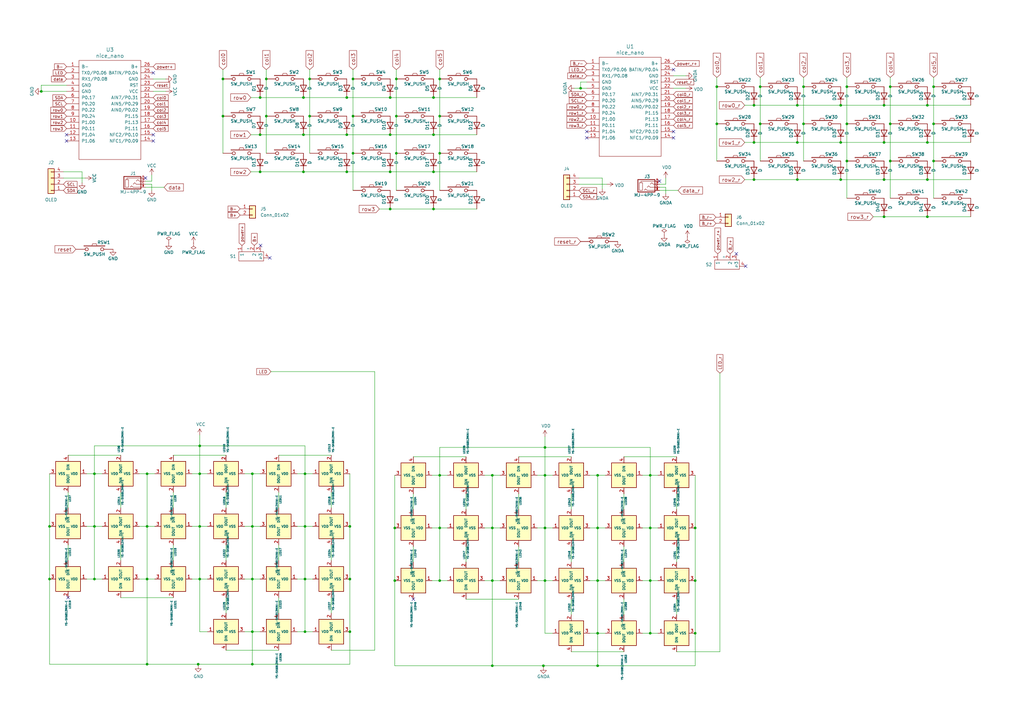
<source format=kicad_sch>
(kicad_sch (version 20230121) (generator eeschema)
  (paper "A3")
  (title_block (title "Corne Cherry") (date "2020-09-28") (rev "3.0.1") (company "foostan"))
  (junction (at 142.24 40.005))
  (junction (at 223.52 238.125))
  (junction (at 127 47.625))
  (junction (at 180.34 216.535))
  (junction (at 362.585 58.42))
  (junction (at 60.325 272.415))
  (junction (at 160.02 70.485))
  (junction (at 125.095 259.08))
  (junction (at 103.505 194.31))
  (junction (at 245.11 273.05))
  (junction (at 161.925 216.535))
  (junction (at 344.805 73.66))
  (junction (at 309.245 73.66))
  (junction (at 162.56 62.865))
  (junction (at 103.505 237.49))
  (junction (at 180.34 194.945))
  (junction (at 309.245 43.18))
  (junction (at 223.52 216.535))
  (junction (at 380.365 58.42))
  (junction (at 177.8 55.245))
  (junction (at 177.8 40.005))
  (junction (at 266.7 238.125))
  (junction (at 329.565 50.8))
  (junction (at 382.905 66.04))
  (junction (at 60.325 194.31))
  (junction (at 81.915 182.88))
  (junction (at 81.915 215.9))
  (junction (at 201.93 216.535))
  (junction (at 245.11 216.535))
  (junction (at 294.005 35.56))
  (junction (at 311.785 50.8))
  (junction (at 142.24 70.485))
  (junction (at 177.8 70.485))
  (junction (at 380.365 43.18))
  (junction (at 109.22 47.625))
  (junction (at 81.28 272.415))
  (junction (at 347.345 35.56))
  (junction (at 125.095 194.31))
  (junction (at 327.025 73.66))
  (junction (at 160.02 40.005))
  (junction (at 294.005 50.8))
  (junction (at 238.125 36.195))
  (junction (at 20.32 237.49))
  (junction (at 245.11 238.125))
  (junction (at 180.34 32.385))
  (junction (at 161.925 238.125))
  (junction (at 20.32 215.9))
  (junction (at 38.735 194.31))
  (junction (at 106.68 70.485))
  (junction (at 362.585 73.66))
  (junction (at 347.345 66.04))
  (junction (at 311.785 35.56))
  (junction (at 60.325 237.49))
  (junction (at 160.02 85.725))
  (junction (at 362.585 88.9))
  (junction (at 160.02 55.245))
  (junction (at 125.095 237.49))
  (junction (at 365.125 66.04))
  (junction (at 144.78 47.625))
  (junction (at 144.78 32.385))
  (junction (at 38.735 237.49))
  (junction (at 106.68 55.245))
  (junction (at 380.365 88.9))
  (junction (at 106.68 40.005))
  (junction (at 327.025 43.18))
  (junction (at 285.115 238.125))
  (junction (at 180.34 238.125))
  (junction (at 144.78 62.865))
  (junction (at 201.93 273.05))
  (junction (at 81.915 237.49))
  (junction (at 266.7 194.945))
  (junction (at 162.56 32.385))
  (junction (at 245.11 194.945))
  (junction (at 327.025 58.42))
  (junction (at 365.125 50.8))
  (junction (at 180.34 47.625))
  (junction (at 109.22 32.385))
  (junction (at 143.51 237.49))
  (junction (at 266.7 216.535))
  (junction (at 38.735 215.9))
  (junction (at 285.115 259.715))
  (junction (at 127 32.385))
  (junction (at 81.915 194.31))
  (junction (at 91.44 47.625))
  (junction (at 177.8 85.725))
  (junction (at 124.46 55.245))
  (junction (at 223.52 183.515))
  (junction (at 125.095 215.9))
  (junction (at 344.805 58.42))
  (junction (at 344.805 43.18))
  (junction (at 382.905 35.56))
  (junction (at 103.505 259.08))
  (junction (at 103.505 215.9))
  (junction (at 60.325 215.9))
  (junction (at 380.365 73.66))
  (junction (at 103.505 272.415))
  (junction (at 223.52 194.945))
  (junction (at 365.125 35.56))
  (junction (at 285.115 216.535))
  (junction (at 91.44 32.385))
  (junction (at 309.245 58.42))
  (junction (at 16.9418 37.4904))
  (junction (at 201.93 238.125))
  (junction (at 142.24 55.245))
  (junction (at 347.345 50.8))
  (junction (at 222.885 273.05))
  (junction (at 201.93 194.945))
  (junction (at 329.565 35.56))
  (junction (at 143.51 259.08))
  (junction (at 162.56 47.625))
  (junction (at 124.46 70.485))
  (junction (at 180.34 62.865))
  (junction (at 266.7 259.715))
  (junction (at 124.46 40.005))
  (junction (at 143.51 215.9))
  (junction (at 362.585 43.18))
  (junction (at 245.11 259.715))
  (junction (at 382.905 50.8))
  (no_connect (at 169.545 245.745))
  (no_connect (at 62.865 57.8104))
  (no_connect (at 302.006 104.0892))
  (no_connect (at 62.865 55.2704))
  (no_connect (at 240.665 56.515))
  (no_connect (at 59.69 73.025))
  (no_connect (at 240.665 53.975))
  (no_connect (at 305.816 109.1692))
  (no_connect (at 276.225 53.975))
  (no_connect (at 110.6678 105.7656))
  (no_connect (at 27.94 245.11))
  (no_connect (at 106.8578 100.6856))
  (no_connect (at 27.305 57.8104))
  (no_connect (at 270.51 74.295))
  (no_connect (at 276.225 28.575))
  (no_connect (at 27.305 55.2704))
  (no_connect (at 276.225 56.515))
  (no_connect (at 62.865 29.8704))
  (wire (pts (xy 241.935 194.945) (xy 245.11 194.945)))
  (wire (pts (xy 311.785 50.8) (xy 311.785 66.04)))
  (wire (pts (xy 92.71 229.87) (xy 92.71 223.52)))
  (wire (pts (xy 91.44 28.575) (xy 91.44 32.385)))
  (wire (pts (xy 294.005 31.75) (xy 294.005 35.56)))
  (wire (pts (xy 234.315 208.915) (xy 234.315 202.565)))
  (wire (pts (xy 106.68 40.005) (xy 124.46 40.005)))
  (wire (pts (xy 161.925 194.945) (xy 161.925 216.535)))
  (wire (pts (xy 38.735 237.49) (xy 38.735 215.9)))
  (wire (pts (xy 177.8 55.245) (xy 195.58 55.245)))
  (wire (pts (xy 26.035 73.025) (xy 34.925 73.025)))
  (wire (pts (xy 266.7 238.125) (xy 269.875 238.125)))
  (wire (pts (xy 255.905 224.155) (xy 255.905 230.505)))
  (wire (pts (xy 263.525 238.125) (xy 266.7 238.125)))
  (wire (pts (xy 71.12 245.11) (xy 49.53 245.11)))
  (wire (pts (xy 223.52 216.535) (xy 226.695 216.535)))
  (wire (pts (xy 241.935 238.125) (xy 245.11 238.125)))
  (wire (pts (xy 91.44 32.385) (xy 91.44 47.625)))
  (wire (pts (xy 309.245 73.66) (xy 327.025 73.66)))
  (wire (pts (xy 143.51 259.08) (xy 143.51 272.415)))
  (wire (pts (xy 162.56 62.865) (xy 162.56 78.105)))
  (wire (pts (xy 33.655 70.485) (xy 26.035 70.485)))
  (wire (pts (xy 62.23 74.295) (xy 62.23 71.755)))
  (wire (pts (xy 125.095 182.88) (xy 81.915 182.88)))
  (wire (pts (xy 128.27 259.08) (xy 125.095 259.08)))
  (wire (pts (xy 111.125 152.4) (xy 153.67 152.4)))
  (wire (pts (xy 162.56 32.385) (xy 162.56 47.625)))
  (wire (pts (xy 125.095 237.49) (xy 125.095 215.9)))
  (wire (pts (xy 270.51 78.105) (xy 278.13 78.105)))
  (wire (pts (xy 71.12 208.28) (xy 71.12 201.93)))
  (wire (pts (xy 309.245 58.42) (xy 327.025 58.42)))
  (wire (pts (xy 380.365 58.42) (xy 398.145 58.42)))
  (wire (pts (xy 177.165 216.535) (xy 180.34 216.535)))
  (wire (pts (xy 237.49 73.025) (xy 247.015 73.025)))
  (wire (pts (xy 177.8 85.725) (xy 195.58 85.725)))
  (wire (pts (xy 81.915 237.49) (xy 81.915 259.08)))
  (wire (pts (xy 276.225 36.195) (xy 281.305 36.195)))
  (wire (pts (xy 285.115 273.05) (xy 245.11 273.05)))
  (wire (pts (xy 49.53 208.28) (xy 49.53 201.93)))
  (wire (pts (xy 124.46 70.485) (xy 142.24 70.485)))
  (wire (pts (xy 92.71 251.46) (xy 92.71 245.11)))
  (wire (pts (xy 106.68 70.485) (xy 124.46 70.485)))
  (wire (pts (xy 100.33 215.9) (xy 103.505 215.9)))
  (wire (pts (xy 180.34 216.535) (xy 180.34 194.945)))
  (wire (pts (xy 380.365 88.9) (xy 398.145 88.9)))
  (wire (pts (xy 183.515 238.125) (xy 180.34 238.125)))
  (wire (pts (xy 223.52 194.945) (xy 226.695 194.945)))
  (wire (pts (xy 125.095 194.31) (xy 121.92 194.31)))
  (wire (pts (xy 114.3 223.52) (xy 114.3 229.87)))
  (wire (pts (xy 220.345 216.535) (xy 223.52 216.535)))
  (wire (pts (xy 143.51 272.415) (xy 103.505 272.415)))
  (wire (pts (xy 382.905 66.04) (xy 382.905 81.28)))
  (wire (pts (xy 263.525 216.535) (xy 266.7 216.535)))
  (wire (pts (xy 245.11 238.125) (xy 248.285 238.125)))
  (wire (pts (xy 125.095 194.31) (xy 125.095 215.9)))
  (wire (pts (xy 277.495 224.155) (xy 277.495 230.505)))
  (wire (pts (xy 269.875 259.715) (xy 266.7 259.715)))
  (wire (pts (xy 125.095 259.08) (xy 125.095 237.49)))
  (wire (pts (xy 38.735 194.31) (xy 41.91 194.31)))
  (wire (pts (xy 20.32 237.49) (xy 20.32 272.415)))
  (wire (pts (xy 144.78 62.865) (xy 144.78 78.105)))
  (wire (pts (xy 276.225 31.115) (xy 281.305 31.115)))
  (wire (pts (xy 241.935 216.535) (xy 245.11 216.535)))
  (wire (pts (xy 33.655 74.93) (xy 33.655 70.485)))
  (wire (pts (xy 191.135 230.505) (xy 191.135 224.155)))
  (wire (pts (xy 161.925 238.125) (xy 161.925 273.05)))
  (wire (pts (xy 234.315 230.505) (xy 234.315 224.155)))
  (wire (pts (xy 81.915 237.49) (xy 85.09 237.49)))
  (wire (pts (xy 106.68 259.08) (xy 103.505 259.08)))
  (wire (pts (xy 198.755 216.535) (xy 201.93 216.535)))
  (wire (pts (xy 329.565 31.75) (xy 329.565 35.56)))
  (wire (pts (xy 380.365 43.18) (xy 398.145 43.18)))
  (wire (pts (xy 237.49 75.565) (xy 248.92 75.565)))
  (wire (pts (xy 127 32.385) (xy 127 47.625)))
  (wire (pts (xy 102.87 40.005) (xy 106.68 40.005)))
  (wire (pts (xy 177.8 70.485) (xy 195.58 70.485)))
  (wire (pts (xy 223.52 183.515) (xy 180.34 183.515)))
  (wire (pts (xy 128.27 194.31) (xy 125.095 194.31)))
  (wire (pts (xy 266.7 194.945) (xy 263.525 194.945)))
  (wire (pts (xy 201.93 273.05) (xy 222.885 273.05)))
  (wire (pts (xy 124.46 55.245) (xy 142.24 55.245)))
  (wire (pts (xy 92.71 186.69) (xy 71.12 186.69)))
  (wire (pts (xy 169.545 224.155) (xy 169.545 230.505)))
  (wire (pts (xy 180.34 47.625) (xy 180.34 62.865)))
  (wire (pts (xy 234.315 187.325) (xy 212.725 187.325)))
  (wire (pts (xy 240.665 33.655) (xy 238.125 33.655)))
  (wire (pts (xy 266.7 259.715) (xy 263.525 259.715)))
  (wire (pts (xy 223.52 238.125) (xy 226.695 238.125)))
  (wire (pts (xy 59.69 75.565) (xy 62.23 75.565)))
  (wire (pts (xy 62.865 32.4104) (xy 67.945 32.4104)))
  (wire (pts (xy 81.915 182.88) (xy 38.735 182.88)))
  (wire (pts (xy 212.725 245.745) (xy 191.135 245.745)))
  (wire (pts (xy 161.925 216.535) (xy 161.925 238.125)))
  (wire (pts (xy 38.735 215.9) (xy 41.91 215.9)))
  (wire (pts (xy 305.435 58.42) (xy 309.245 58.42)))
  (wire (pts (xy 277.495 245.745) (xy 277.495 252.095)))
  (wire (pts (xy 245.11 216.535) (xy 248.285 216.535)))
  (wire (pts (xy 177.165 238.125) (xy 180.34 238.125)))
  (wire (pts (xy 153.67 266.7) (xy 135.89 266.7)))
  (wire (pts (xy 143.51 194.31) (xy 143.51 215.9)))
  (wire (pts (xy 92.71 208.28) (xy 92.71 201.93)))
  (wire (pts (xy 60.325 272.415) (xy 81.28 272.415)))
  (wire (pts (xy 143.51 215.9) (xy 143.51 237.49)))
  (wire (pts (xy 344.805 43.18) (xy 362.585 43.18)))
  (wire (pts (xy 180.34 194.945) (xy 180.34 183.515)))
  (wire (pts (xy 91.44 47.625) (xy 91.44 62.865)))
  (wire (pts (xy 177.165 194.945) (xy 180.34 194.945)))
  (wire (pts (xy 362.585 73.66) (xy 380.365 73.66)))
  (wire (pts (xy 305.435 43.18) (xy 309.245 43.18)))
  (wire (pts (xy 144.78 28.575) (xy 144.78 32.385)))
  (wire (pts (xy 81.915 215.9) (xy 81.915 194.31)))
  (wire (pts (xy 59.69 76.835) (xy 67.31 76.835)))
  (wire (pts (xy 365.125 35.56) (xy 365.125 50.8)))
  (wire (pts (xy 155.575 85.725) (xy 160.02 85.725)))
  (wire (pts (xy 201.93 238.125) (xy 201.93 273.05)))
  (wire (pts (xy 109.22 47.625) (xy 109.22 62.865)))
  (wire (pts (xy 81.28 272.415) (xy 81.28 273.05)))
  (wire (pts (xy 81.915 194.31) (xy 81.915 182.88)))
  (wire (pts (xy 59.69 74.295) (xy 62.23 74.295)))
  (wire (pts (xy 60.325 237.49) (xy 60.325 272.415)))
  (wire (pts (xy 223.52 179.07) (xy 223.52 183.515)))
  (wire (pts (xy 220.345 194.945) (xy 223.52 194.945)))
  (wire (pts (xy 124.46 40.005) (xy 142.24 40.005)))
  (wire (pts (xy 41.91 237.49) (xy 38.735 237.49)))
  (wire (pts (xy 160.02 40.005) (xy 177.8 40.005)))
  (wire (pts (xy 255.905 245.745) (xy 255.905 252.095)))
  (wire (pts (xy 201.93 216.535) (xy 205.105 216.535)))
  (wire (pts (xy 255.905 202.565) (xy 255.905 208.915)))
  (wire (pts (xy 347.345 31.75) (xy 347.345 35.56)))
  (wire (pts (xy 294.005 35.56) (xy 294.005 50.8)))
  (wire (pts (xy 329.565 50.8) (xy 329.565 66.04)))
  (wire (pts (xy 121.92 237.49) (xy 125.095 237.49)))
  (wire (pts (xy 309.245 43.18) (xy 327.025 43.18)))
  (wire (pts (xy 311.785 31.75) (xy 311.785 35.56)))
  (wire (pts (xy 20.32 194.31) (xy 20.32 215.9)))
  (wire (pts (xy 270.51 75.565) (xy 273.05 75.565)))
  (wire (pts (xy 245.11 216.535) (xy 245.11 238.125)))
  (wire (pts (xy 135.89 186.69) (xy 114.3 186.69)))
  (wire (pts (xy 153.67 152.4) (xy 153.67 266.7)))
  (wire (pts (xy 135.89 245.11) (xy 135.89 251.46)))
  (wire (pts (xy 180.34 216.535) (xy 183.515 216.535)))
  (wire (pts (xy 180.34 194.945) (xy 183.515 194.945)))
  (wire (pts (xy 295.275 267.335) (xy 277.495 267.335)))
  (wire (pts (xy 201.93 238.125) (xy 205.105 238.125)))
  (wire (pts (xy 125.095 259.08) (xy 121.92 259.08)))
  (wire (pts (xy 347.345 66.04) (xy 347.345 81.28)))
  (wire (pts (xy 191.135 187.325) (xy 169.545 187.325)))
  (wire (pts (xy 35.56 194.31) (xy 38.735 194.31)))
  (wire (pts (xy 285.115 259.715) (xy 285.115 273.05)))
  (wire (pts (xy 81.28 272.415) (xy 103.505 272.415)))
  (wire (pts (xy 125.095 182.88) (xy 125.095 194.31)))
  (wire (pts (xy 222.885 273.05) (xy 245.11 273.05)))
  (wire (pts (xy 35.56 215.9) (xy 38.735 215.9)))
  (wire (pts (xy 81.915 178.435) (xy 81.915 182.88)))
  (wire (pts (xy 223.52 194.945) (xy 223.52 183.515)))
  (wire (pts (xy 35.56 237.49) (xy 38.735 237.49)))
  (wire (pts (xy 160.02 85.725) (xy 177.8 85.725)))
  (wire (pts (xy 223.52 238.125) (xy 223.52 216.535)))
  (wire (pts (xy 327.025 73.66) (xy 344.805 73.66)))
  (wire (pts (xy 177.8 40.005) (xy 195.58 40.005)))
  (wire (pts (xy 57.15 215.9) (xy 60.325 215.9)))
  (wire (pts (xy 114.3 245.11) (xy 114.3 251.46)))
  (wire (pts (xy 201.93 216.535) (xy 201.93 238.125)))
  (wire (pts (xy 144.78 32.385) (xy 144.78 47.625)))
  (wire (pts (xy 362.585 58.42) (xy 380.365 58.42)))
  (wire (pts (xy 191.135 208.915) (xy 191.135 202.565)))
  (wire (pts (xy 273.05 75.565) (xy 273.05 73.025)))
  (wire (pts (xy 57.15 194.31) (xy 60.325 194.31)))
  (wire (pts (xy 114.3 201.93) (xy 114.3 208.28)))
  (wire (pts (xy 245.11 259.715) (xy 245.11 273.05)))
  (wire (pts (xy 60.325 237.49) (xy 63.5 237.49)))
  (wire (pts (xy 106.68 55.245) (xy 124.46 55.245)))
  (wire (pts (xy 277.495 202.565) (xy 277.495 208.915)))
  (wire (pts (xy 38.735 215.9) (xy 38.735 194.31)))
  (wire (pts (xy 266.7 183.515) (xy 223.52 183.515)))
  (wire (pts (xy 198.755 238.125) (xy 201.93 238.125)))
  (wire (pts (xy 295.275 153.035) (xy 295.275 267.335)))
  (wire (pts (xy 245.11 259.715) (xy 241.935 259.715)))
  (wire (pts (xy 201.93 273.05) (xy 161.925 273.05)))
  (wire (pts (xy 201.93 194.945) (xy 201.93 216.535)))
  (wire (pts (xy 205.105 194.945) (xy 201.93 194.945)))
  (wire (pts (xy 106.68 194.31) (xy 103.505 194.31)))
  (wire (pts (xy 81.915 259.08) (xy 85.09 259.08)))
  (wire (pts (xy 27.94 223.52) (xy 27.94 229.87)))
  (wire (pts (xy 266.7 259.715) (xy 266.7 238.125)))
  (wire (pts (xy 234.315 252.095) (xy 234.315 245.745)))
  (wire (pts (xy 311.785 35.56) (xy 311.785 50.8)))
  (wire (pts (xy 16.9418 37.4904) (xy 16.9418 34.9758)))
  (wire (pts (xy 223.52 238.125) (xy 223.52 259.715)))
  (wire (pts (xy 365.125 66.04) (xy 365.125 81.28)))
  (wire (pts (xy 16.9418 37.4904) (xy 27.305 37.4904)))
  (wire (pts (xy 109.22 32.385) (xy 109.22 47.625)))
  (wire (pts (xy 247.015 73.025) (xy 247.015 77.47)))
  (wire (pts (xy 362.585 43.18) (xy 380.365 43.18)))
  (wire (pts (xy 103.505 259.08) (xy 103.505 272.415)))
  (wire (pts (xy 277.495 187.325) (xy 255.905 187.325)))
  (wire (pts (xy 266.7 183.515) (xy 266.7 194.945)))
  (wire (pts (xy 222.885 273.05) (xy 222.885 273.685)))
  (wire (pts (xy 16.9672 34.9758) (xy 16.9672 34.9504)))
  (wire (pts (xy 103.505 194.31) (xy 103.505 215.9)))
  (wire (pts (xy 285.115 194.945) (xy 285.115 216.535)))
  (wire (pts (xy 63.5 194.31) (xy 60.325 194.31)))
  (wire (pts (xy 114.3 266.7) (xy 92.71 266.7)))
  (wire (pts (xy 20.32 215.9) (xy 20.32 237.49)))
  (wire (pts (xy 266.7 194.945) (xy 266.7 216.535)))
  (wire (pts (xy 125.095 215.9) (xy 128.27 215.9)))
  (wire (pts (xy 109.22 28.575) (xy 109.22 32.385)))
  (wire (pts (xy 60.325 194.31) (xy 60.325 215.9)))
  (wire (pts (xy 81.915 237.49) (xy 81.915 215.9)))
  (wire (pts (xy 285.115 216.535) (xy 285.115 238.125)))
  (wire (pts (xy 382.905 31.75) (xy 382.905 35.56)))
  (wire (pts (xy 49.53 229.87) (xy 49.53 223.52)))
  (wire (pts (xy 362.585 88.9) (xy 380.365 88.9)))
  (wire (pts (xy 248.285 259.715) (xy 245.11 259.715)))
  (wire (pts (xy 223.52 259.715) (xy 226.695 259.715)))
  (wire (pts (xy 344.805 58.42) (xy 362.585 58.42)))
  (wire (pts (xy 212.725 224.155) (xy 212.725 230.505)))
  (wire (pts (xy 238.125 36.195) (xy 240.665 36.195)))
  (wire (pts (xy 127 47.625) (xy 127 62.865)))
  (wire (pts (xy 266.7 216.535) (xy 269.875 216.535)))
  (wire (pts (xy 103.505 259.08) (xy 100.33 259.08)))
  (wire (pts (xy 78.74 237.49) (xy 81.915 237.49)))
  (wire (pts (xy 60.325 272.415) (xy 20.32 272.415)))
  (wire (pts (xy 121.92 215.9) (xy 125.095 215.9)))
  (wire (pts (xy 100.33 237.49) (xy 103.505 237.49)))
  (wire (pts (xy 125.095 237.49) (xy 128.27 237.49)))
  (wire (pts (xy 142.24 40.005) (xy 160.02 40.005)))
  (wire (pts (xy 103.505 237.49) (xy 103.505 259.08)))
  (wire (pts (xy 78.74 194.31) (xy 81.915 194.31)))
  (wire (pts (xy 347.345 50.8) (xy 347.345 66.04)))
  (wire (pts (xy 60.325 215.9) (xy 60.325 237.49)))
  (wire (pts (xy 169.545 202.565) (xy 169.545 208.915)))
  (wire (pts (xy 62.23 75.565) (xy 62.23 78.105)))
  (wire (pts (xy 143.51 237.49) (xy 143.51 259.08)))
  (wire (pts (xy 71.12 223.52) (xy 71.12 229.87)))
  (wire (pts (xy 382.905 50.8) (xy 382.905 66.04)))
  (wire (pts (xy 347.345 35.56) (xy 347.345 50.8)))
  (wire (pts (xy 27.94 201.93) (xy 27.94 208.28)))
  (wire (pts (xy 62.865 37.4904) (xy 68.0212 37.4904)))
  (wire (pts (xy 220.345 238.125) (xy 223.52 238.125)))
  (wire (pts (xy 270.51 76.835) (xy 273.05 76.835)))
  (wire (pts (xy 273.05 76.835) (xy 273.05 79.375)))
  (wire (pts (xy 198.755 194.945) (xy 201.93 194.945)))
  (wire (pts (xy 144.78 47.625) (xy 144.78 62.865)))
  (wire (pts (xy 135.89 223.52) (xy 135.89 229.87)))
  (wire (pts (xy 327.025 58.42) (xy 344.805 58.42)))
  (wire (pts (xy 223.52 216.535) (xy 223.52 194.945)))
  (wire (pts (xy 344.805 73.66) (xy 362.585 73.66)))
  (wire (pts (xy 255.905 267.335) (xy 234.315 267.335)))
  (wire (pts (xy 162.56 28.575) (xy 162.56 32.385)))
  (wire (pts (xy 102.87 70.485) (xy 106.68 70.485)))
  (wire (pts (xy 248.285 194.945) (xy 245.11 194.945)))
  (wire (pts (xy 285.115 238.125) (xy 285.115 259.715)))
  (wire (pts (xy 382.905 35.56) (xy 382.905 50.8)))
  (wire (pts (xy 305.435 73.66) (xy 309.245 73.66)))
  (wire (pts (xy 160.02 70.485) (xy 177.8 70.485)))
  (wire (pts (xy 49.53 186.69) (xy 27.94 186.69)))
  (wire (pts (xy 365.125 50.8) (xy 365.125 66.04)))
  (wire (pts (xy 180.34 238.125) (xy 180.34 216.535)))
  (wire (pts (xy 16.9672 34.9504) (xy 27.305 34.9504)))
  (wire (pts (xy 142.24 70.485) (xy 160.02 70.485)))
  (wire (pts (xy 212.725 208.915) (xy 212.725 202.565)))
  (wire (pts (xy 245.11 238.125) (xy 245.11 259.715)))
  (wire (pts (xy 380.365 73.66) (xy 398.145 73.66)))
  (wire (pts (xy 102.87 55.245) (xy 106.68 55.245)))
  (wire (pts (xy 365.125 31.75) (xy 365.125 35.56)))
  (wire (pts (xy 16.9418 34.9758) (xy 16.9672 34.9758)))
  (wire (pts (xy 103.505 215.9) (xy 103.505 237.49)))
  (wire (pts (xy 235.585 36.195) (xy 238.125 36.195)))
  (wire (pts (xy 127 28.575) (xy 127 32.385)))
  (wire (pts (xy 38.735 194.31) (xy 38.735 182.88)))
  (wire (pts (xy 269.875 194.945) (xy 266.7 194.945)))
  (wire (pts (xy 358.14 88.9) (xy 362.585 88.9)))
  (wire (pts (xy 103.505 215.9) (xy 106.68 215.9)))
  (wire (pts (xy 135.89 201.93) (xy 135.89 208.28)))
  (wire (pts (xy 100.33 194.31) (xy 103.505 194.31)))
  (wire (pts (xy 180.34 32.385) (xy 180.34 47.625)))
  (wire (pts (xy 266.7 238.125) (xy 266.7 216.535)))
  (wire (pts (xy 81.915 194.31) (xy 85.09 194.31)))
  (wire (pts (xy 162.56 47.625) (xy 162.56 62.865)))
  (wire (pts (xy 57.15 237.49) (xy 60.325 237.49)))
  (wire (pts (xy 329.565 35.56) (xy 329.565 50.8)))
  (wire (pts (xy 103.505 237.49) (xy 106.68 237.49)))
  (wire (pts (xy 245.11 194.945) (xy 245.11 216.535)))
  (wire (pts (xy 142.24 55.245) (xy 160.02 55.245)))
  (wire (pts (xy 294.005 50.8) (xy 294.005 66.04)))
  (wire (pts (xy 60.325 215.9) (xy 63.5 215.9)))
  (wire (pts (xy 160.02 55.245) (xy 177.8 55.245)))
  (wire (pts (xy 180.34 62.865) (xy 180.34 78.105)))
  (wire (pts (xy 81.915 215.9) (xy 85.09 215.9)))
  (wire (pts (xy 78.74 215.9) (xy 81.915 215.9)))
  (wire (pts (xy 327.025 43.18) (xy 344.805 43.18)))
  (wire (pts (xy 238.125 33.655) (xy 238.125 36.195)))
  (wire (pts (xy 180.34 28.575) (xy 180.34 32.385)))
  (global_label "col4" (shape input) (at 62.865 50.1904 0) (effects (font (size 1.1938 1.1938))) (property "Intersheetrefs" "${INTERSHEET_REFS}" (effects hide)))
  (global_label "row3_r" (shape input) (at 358.14 88.9 180) (effects (font (size 1.524 1.524))) (property "Intersheetrefs" "${INTERSHEET_REFS}" (effects hide)))
  (global_label "col5_r" (shape input) (at 276.225 51.435 0) (effects (font (size 1.1938 1.1938))) (property "Intersheetrefs" "${INTERSHEET_REFS}" (effects hide)))
  (global_label "col0" (shape input) (at 91.44 28.575 90) (effects (font (size 1.524 1.524))) (property "Intersheetrefs" "${INTERSHEET_REFS}" (effects hide)))
  (global_label "SCL_r" (shape input) (at 237.49 78.105 0) (effects (font (size 1.1938 1.1938))) (property "Intersheetrefs" "${INTERSHEET_REFS}" (effects hide)))
  (global_label "LED_r" (shape input) (at 295.275 153.035 90) (property "Intersheetrefs" "${INTERSHEET_REFS}" (effects hide)))
  (global_label "B_r-" (shape input) (at 240.665 26.035 180) (effects (font (size 1.1938 1.1938))) (property "Intersheetrefs" "${INTERSHEET_REFS}" (effects hide)))
  (global_label "LED" (shape input) (at 27.305 29.8704 180) (effects (font (size 1.1938 1.1938))) (property "Intersheetrefs" "${INTERSHEET_REFS}" (effects hide)))
  (global_label "LED" (shape input) (at 111.125 152.4 180) (property "Intersheetrefs" "${INTERSHEET_REFS}" (effects hide)))
  (global_label "B+" (shape input) (at 104.3178 100.6856 90) (effects (font (size 1.1938 1.1938))) (property "Intersheetrefs" "${INTERSHEET_REFS}" (effects hide)))
  (global_label "reset" (shape input) (at 31.115 102.235 180) (effects (font (size 1.524 1.524))) (property "Intersheetrefs" "${INTERSHEET_REFS}" (effects hide)))
  (global_label "col1" (shape input) (at 109.22 28.575 90) (effects (font (size 1.524 1.524))) (property "Intersheetrefs" "${INTERSHEET_REFS}" (effects hide)))
  (global_label "B_r+" (shape input) (at 293.624 91.6178 180) (effects (font (size 1.1938 1.1938))) (property "Intersheetrefs" "${INTERSHEET_REFS}" (effects hide)))
  (global_label "row0" (shape input) (at 102.87 40.005 180) (effects (font (size 1.524 1.524))) (property "Intersheetrefs" "${INTERSHEET_REFS}" (effects hide)))
  (global_label "data" (shape input) (at 27.305 32.4104 180) (effects (font (size 1.1938 1.1938))) (property "Intersheetrefs" "${INTERSHEET_REFS}" (effects hide)))
  (global_label "col2_r" (shape input) (at 276.225 43.815 0) (effects (font (size 1.1938 1.1938))) (property "Intersheetrefs" "${INTERSHEET_REFS}" (effects hide)))
  (global_label "data_r" (shape input) (at 240.665 31.115 180) (effects (font (size 1.1938 1.1938))) (property "Intersheetrefs" "${INTERSHEET_REFS}" (effects hide)))
  (global_label "row1_r" (shape input) (at 305.435 58.42 180) (effects (font (size 1.524 1.524))) (property "Intersheetrefs" "${INTERSHEET_REFS}" (effects hide)))
  (global_label "col5" (shape input) (at 62.865 52.7304 0) (effects (font (size 1.1938 1.1938))) (property "Intersheetrefs" "${INTERSHEET_REFS}" (effects hide)))
  (global_label "col3" (shape input) (at 62.865 47.6504 0) (effects (font (size 1.1938 1.1938))) (property "Intersheetrefs" "${INTERSHEET_REFS}" (effects hide)))
  (global_label "row2" (shape input) (at 102.87 70.485 180) (effects (font (size 1.524 1.524))) (property "Intersheetrefs" "${INTERSHEET_REFS}" (effects hide)))
  (global_label "B+" (shape input) (at 98.4758 88.2142 180) (effects (font (size 1.1938 1.1938))) (property "Intersheetrefs" "${INTERSHEET_REFS}" (effects hide)))
  (global_label "col1" (shape input) (at 62.865 42.5704 0) (effects (font (size 1.1938 1.1938))) (property "Intersheetrefs" "${INTERSHEET_REFS}" (effects hide)))
  (global_label "data_r" (shape input) (at 278.13 78.105 0) (effects (font (size 1.524 1.524))) (property "Intersheetrefs" "${INTERSHEET_REFS}" (effects hide)))
  (global_label "LED_r" (shape input) (at 240.665 28.575 180) (effects (font (size 1.1938 1.1938))) (property "Intersheetrefs" "${INTERSHEET_REFS}" (effects hide)))
  (global_label "SCL" (shape input) (at 26.035 75.565 0) (effects (font (size 1.1938 1.1938))) (property "Intersheetrefs" "${INTERSHEET_REFS}" (effects hide)))
  (global_label "power+" (shape input) (at 62.865 27.3304 0) (effects (font (size 1.1938 1.1938))) (property "Intersheetrefs" "${INTERSHEET_REFS}" (effects hide)))
  (global_label "row1" (shape input) (at 102.87 55.245 180) (effects (font (size 1.524 1.524))) (property "Intersheetrefs" "${INTERSHEET_REFS}" (effects hide)))
  (global_label "SDA" (shape input) (at 26.035 78.105 0) (effects (font (size 1.1938 1.1938))) (property "Intersheetrefs" "${INTERSHEET_REFS}" (effects hide)))
  (global_label "col3_r" (shape input) (at 276.225 46.355 0) (effects (font (size 1.1938 1.1938))) (property "Intersheetrefs" "${INTERSHEET_REFS}" (effects hide)))
  (global_label "reset" (shape input) (at 62.865 34.9504 0) (effects (font (size 1.1938 1.1938))) (property "Intersheetrefs" "${INTERSHEET_REFS}" (effects hide)))
  (global_label "col2" (shape input) (at 127 28.575 90) (effects (font (size 1.524 1.524))) (property "Intersheetrefs" "${INTERSHEET_REFS}" (effects hide)))
  (global_label "SCL_r" (shape input) (at 240.665 41.275 180) (effects (font (size 1.1938 1.1938))) (property "Intersheetrefs" "${INTERSHEET_REFS}" (effects hide)))
  (global_label "row1_r" (shape input) (at 240.665 46.355 180) (effects (font (size 1.1938 1.1938))) (property "Intersheetrefs" "${INTERSHEET_REFS}" (effects hide)))
  (global_label "power+" (shape input) (at 99.2378 100.6856 90) (effects (font (size 1.1938 1.1938))) (property "Intersheetrefs" "${INTERSHEET_REFS}" (effects hide)))
  (global_label "row1" (shape input) (at 27.305 47.6504 180) (effects (font (size 1.1938 1.1938))) (property "Intersheetrefs" "${INTERSHEET_REFS}" (effects hide)))
  (global_label "col0_r" (shape input) (at 294.005 31.75 90) (effects (font (size 1.524 1.524))) (property "Intersheetrefs" "${INTERSHEET_REFS}" (effects hide)))
  (global_label "row0_r" (shape input) (at 305.435 43.18 180) (effects (font (size 1.524 1.524))) (property "Intersheetrefs" "${INTERSHEET_REFS}" (effects hide)))
  (global_label "row2" (shape input) (at 27.305 50.1904 180) (effects (font (size 1.1938 1.1938))) (property "Intersheetrefs" "${INTERSHEET_REFS}" (effects hide)))
  (global_label "row0" (shape input) (at 27.305 45.1104 180) (effects (font (size 1.1938 1.1938))) (property "Intersheetrefs" "${INTERSHEET_REFS}" (effects hide)))
  (global_label "col4_r" (shape input) (at 276.225 48.895 0) (effects (font (size 1.1938 1.1938))) (property "Intersheetrefs" "${INTERSHEET_REFS}" (effects hide)))
  (global_label "col0_r" (shape input) (at 276.225 38.735 0) (effects (font (size 1.1938 1.1938))) (property "Intersheetrefs" "${INTERSHEET_REFS}" (effects hide)))
  (global_label "col5_r" (shape input) (at 382.905 31.75 90) (effects (font (size 1.524 1.524))) (property "Intersheetrefs" "${INTERSHEET_REFS}" (effects hide)))
  (global_label "B_r+" (shape input) (at 299.466 104.0892 90) (effects (font (size 1.1938 1.1938))) (property "Intersheetrefs" "${INTERSHEET_REFS}" (effects hide)))
  (global_label "col5" (shape input) (at 180.34 28.575 90) (effects (font (size 1.524 1.524))) (property "Intersheetrefs" "${INTERSHEET_REFS}" (effects hide)))
  (global_label "SCL" (shape input) (at 27.305 42.5704 180) (effects (font (size 1.1938 1.1938))) (property "Intersheetrefs" "${INTERSHEET_REFS}" (effects hide)))
  (global_label "B_r-" (shape input) (at 293.624 89.0778 180) (effects (font (size 1.1938 1.1938))) (property "Intersheetrefs" "${INTERSHEET_REFS}" (effects hide)))
  (global_label "reset_r" (shape input) (at 238.125 99.06 180) (effects (font (size 1.524 1.524))) (property "Intersheetrefs" "${INTERSHEET_REFS}" (effects hide)))
  (global_label "col1_r" (shape input) (at 276.225 41.275 0) (effects (font (size 1.1938 1.1938))) (property "Intersheetrefs" "${INTERSHEET_REFS}" (effects hide)))
  (global_label "row3_r" (shape input) (at 240.665 51.435 180) (effects (font (size 1.1938 1.1938))) (property "Intersheetrefs" "${INTERSHEET_REFS}" (effects hide)))
  (global_label "B-" (shape input) (at 27.305 27.3304 180) (effects (font (size 1.1938 1.1938))) (property "Intersheetrefs" "${INTERSHEET_REFS}" (effects hide)))
  (global_label "row3" (shape input) (at 155.575 85.725 180) (effects (font (size 1.524 1.524))) (property "Intersheetrefs" "${INTERSHEET_REFS}" (effects hide)))
  (global_label "row0_r" (shape input) (at 240.665 43.815 180) (effects (font (size 1.1938 1.1938))) (property "Intersheetrefs" "${INTERSHEET_REFS}" (effects hide)))
  (global_label "col4" (shape input) (at 162.56 28.575 90) (effects (font (size 1.524 1.524))) (property "Intersheetrefs" "${INTERSHEET_REFS}" (effects hide)))
  (global_label "col4_r" (shape input) (at 365.125 31.75 90) (effects (font (size 1.524 1.524))) (property "Intersheetrefs" "${INTERSHEET_REFS}" (effects hide)))
  (global_label "col1_r" (shape input) (at 311.785 31.75 90) (effects (font (size 1.524 1.524))) (property "Intersheetrefs" "${INTERSHEET_REFS}" (effects hide)))
  (global_label "row2_r" (shape input) (at 305.435 73.66 180) (effects (font (size 1.524 1.524))) (property "Intersheetrefs" "${INTERSHEET_REFS}" (effects hide)))
  (global_label "SDA_r" (shape input) (at 240.665 38.735 180) (effects (font (size 1.1938 1.1938))) (property "Intersheetrefs" "${INTERSHEET_REFS}" (effects hide)))
  (global_label "power_r+" (shape input) (at 276.225 26.035 0) (effects (font (size 1.1938 1.1938))) (property "Intersheetrefs" "${INTERSHEET_REFS}" (effects hide)))
  (global_label "col2" (shape input) (at 62.865 45.1104 0) (effects (font (size 1.1938 1.1938))) (property "Intersheetrefs" "${INTERSHEET_REFS}" (effects hide)))
  (global_label "SDA" (shape input) (at 27.305 40.0304 180) (effects (font (size 1.1938 1.1938))) (property "Intersheetrefs" "${INTERSHEET_REFS}" (effects hide)))
  (global_label "row2_r" (shape input) (at 240.665 48.895 180) (effects (font (size 1.1938 1.1938))) (property "Intersheetrefs" "${INTERSHEET_REFS}" (effects hide)))
  (global_label "col2_r" (shape input) (at 329.565 31.75 90) (effects (font (size 1.524 1.524))) (property "Intersheetrefs" "${INTERSHEET_REFS}" (effects hide)))
  (global_label "col0" (shape input) (at 62.865 40.0304 0) (effects (font (size 1.1938 1.1938))) (property "Intersheetrefs" "${INTERSHEET_REFS}" (effects hide)))
  (global_label "col3_r" (shape input) (at 347.345 31.75 90) (effects (font (size 1.524 1.524))) (property "Intersheetrefs" "${INTERSHEET_REFS}" (effects hide)))
  (global_label "reset_r" (shape input) (at 276.225 33.655 0) (effects (font (size 1.1938 1.1938))) (property "Intersheetrefs" "${INTERSHEET_REFS}" (effects hide)))
  (global_label "SDA_r" (shape input) (at 237.49 80.645 0) (effects (font (size 1.1938 1.1938))) (property "Intersheetrefs" "${INTERSHEET_REFS}" (effects hide)))
  (global_label "B-" (shape input) (at 98.4758 85.6742 180) (effects (font (size 1.1938 1.1938))) (property "Intersheetrefs" "${INTERSHEET_REFS}" (effects hide)))
  (global_label "col3" (shape input) (at 144.78 28.575 90) (effects (font (size 1.524 1.524))) (property "Intersheetrefs" "${INTERSHEET_REFS}" (effects hide)))
  (global_label "row3" (shape input) (at 27.305 52.7304 180) (effects (font (size 1.1938 1.1938))) (property "Intersheetrefs" "${INTERSHEET_REFS}" (effects hide)))
  (global_label "power_r+" (shape input) (at 294.386 104.0892 90) (effects (font (size 1.1938 1.1938))) (property "Intersheetrefs" "${INTERSHEET_REFS}" (effects hide)))
  (global_label "data" (shape input) (at 67.31 76.835 0) (effects (font (size 1.524 1.524))) (property "Intersheetrefs" "${INTERSHEET_REFS}" (effects hide)))
  (symbol (lib_id "kbd:SW_PUSH") (at 116.84 32.385 0) (unit 1)
    (property "Reference" "SW2" (at 120.65 29.591 0))
    (property "Value" "SW_PUSH" (at 116.84 34.417 0))
    (property "Footprint" "kbd:CherryMX_Hotswap" (effects hide))
  )
  (symbol (lib_id "Device:D") (at 124.46 36.195 90) (unit 1)
    (property "Reference" "D2" (at 121.92 36.195 0))
    (property "Value" "D" (at 127 36.195 0))
    (property "Footprint" "kbd:D3_SMD_v2" (effects hide))
  )
  (symbol (lib_id "kbd:SW_PUSH") (at 134.62 32.385 0) (unit 1)
    (property "Reference" "SW3" (at 138.43 29.591 0))
    (property "Value" "SW_PUSH" (at 134.62 34.417 0))
    (property "Footprint" "kbd:CherryMX_Hotswap" (effects hide))
  )
  (symbol (lib_id "Device:D") (at 142.24 36.195 90) (unit 1)
    (property "Reference" "D3" (at 139.7 36.195 0))
    (property "Value" "D" (at 144.78 36.195 0))
    (property "Footprint" "kbd:D3_SMD_v2" (effects hide))
  )
  (symbol (lib_id "kbd:SW_PUSH") (at 152.4 32.385 0) (unit 1)
    (property "Reference" "SW4" (at 156.21 29.591 0))
    (property "Value" "SW_PUSH" (at 152.4 34.417 0))
    (property "Footprint" "kbd:CherryMX_Hotswap" (effects hide))
  )
  (symbol (lib_id "kbd:SW_PUSH") (at 170.18 32.385 0) (unit 1)
    (property "Reference" "SW5" (at 173.99 29.591 0))
    (property "Value" "SW_PUSH" (at 170.18 34.417 0))
    (property "Footprint" "kbd:CherryMX_Hotswap" (effects hide))
  )
  (symbol (lib_id "kbd:SW_PUSH") (at 187.96 32.385 0) (unit 1)
    (property "Reference" "SW6" (at 191.77 29.591 0))
    (property "Value" "SW_PUSH" (at 187.96 34.417 0))
    (property "Footprint" "kbd:CherryMX_Hotswap" (effects hide))
  )
  (symbol (lib_id "Device:D") (at 160.02 36.195 90) (unit 1)
    (property "Reference" "D4" (at 157.48 36.195 0))
    (property "Value" "D" (at 162.56 36.195 0))
    (property "Footprint" "kbd:D3_SMD_v2" (effects hide))
  )
  (symbol (lib_id "Device:D") (at 177.8 36.195 90) (unit 1)
    (property "Reference" "D5" (at 175.26 36.195 0))
    (property "Value" "D" (at 180.34 36.195 0))
    (property "Footprint" "kbd:D3_SMD_v2" (effects hide))
  )
  (symbol (lib_id "Device:D") (at 195.58 36.195 90) (unit 1)
    (property "Reference" "D6" (at 193.04 36.195 0))
    (property "Value" "D" (at 198.12 36.195 0))
    (property "Footprint" "kbd:D3_SMD_v2" (effects hide))
  )
  (symbol (lib_id "kbd:SW_PUSH") (at 99.06 32.385 0) (unit 1)
    (property "Reference" "SW1" (at 102.87 29.591 0))
    (property "Value" "SW_PUSH" (at 99.06 34.417 0))
    (property "Footprint" "kbd:CherryMX_Hotswap" (effects hide))
  )
  (symbol (lib_id "Device:D") (at 106.68 36.195 90) (unit 1)
    (property "Reference" "D1" (at 104.14 36.195 0))
    (property "Value" "D" (at 109.22 36.195 0))
    (property "Footprint" "kbd:D3_SMD_v2" (effects hide))
  )
  (symbol (lib_id "kbd:SW_PUSH") (at 116.84 47.625 0) (unit 1)
    (property "Reference" "SW8" (at 120.65 44.831 0))
    (property "Value" "SW_PUSH" (at 116.84 49.657 0))
    (property "Footprint" "kbd:CherryMX_Hotswap" (effects hide))
  )
  (symbol (lib_id "Device:D") (at 124.46 51.435 90) (unit 1)
    (property "Reference" "D8" (at 121.92 51.435 0))
    (property "Value" "D" (at 127 51.435 0))
    (property "Footprint" "kbd:D3_SMD_v2" (effects hide))
  )
  (symbol (lib_id "kbd:SW_PUSH") (at 134.62 47.625 0) (unit 1)
    (property "Reference" "SW9" (at 138.43 44.831 0))
    (property "Value" "SW_PUSH" (at 134.62 49.657 0))
    (property "Footprint" "kbd:CherryMX_Hotswap" (effects hide))
  )
  (symbol (lib_id "Device:D") (at 142.24 51.435 90) (unit 1)
    (property "Reference" "D9" (at 139.7 51.435 0))
    (property "Value" "D" (at 144.78 51.435 0))
    (property "Footprint" "kbd:D3_SMD_v2" (effects hide))
  )
  (symbol (lib_id "kbd:SW_PUSH") (at 152.4 47.625 0) (unit 1)
    (property "Reference" "SW10" (at 156.21 44.831 0))
    (property "Value" "SW_PUSH" (at 152.4 49.657 0))
    (property "Footprint" "kbd:CherryMX_Hotswap" (effects hide))
  )
  (symbol (lib_id "kbd:SW_PUSH") (at 170.18 47.625 0) (unit 1)
    (property "Reference" "SW11" (at 173.99 44.831 0))
    (property "Value" "SW_PUSH" (at 170.18 49.657 0))
    (property "Footprint" "kbd:CherryMX_Hotswap" (effects hide))
  )
  (symbol (lib_id "kbd:SW_PUSH") (at 187.96 47.625 0) (unit 1)
    (property "Reference" "SW12" (at 191.77 44.831 0))
    (property "Value" "SW_PUSH" (at 187.96 49.657 0))
    (property "Footprint" "kbd:CherryMX_Hotswap" (effects hide))
  )
  (symbol (lib_id "Device:D") (at 160.02 51.435 90) (unit 1)
    (property "Reference" "D10" (at 157.48 51.435 0))
    (property "Value" "D" (at 162.56 51.435 0))
    (property "Footprint" "kbd:D3_SMD_v2" (effects hide))
  )
  (symbol (lib_id "Device:D") (at 177.8 51.435 90) (unit 1)
    (property "Reference" "D11" (at 175.26 51.435 0))
    (property "Value" "D" (at 180.34 51.435 0))
    (property "Footprint" "kbd:D3_SMD_v2" (effects hide))
  )
  (symbol (lib_id "Device:D") (at 195.58 51.435 90) (unit 1)
    (property "Reference" "D12" (at 193.04 51.435 0))
    (property "Value" "D" (at 198.12 51.435 0))
    (property "Footprint" "kbd:D3_SMD_v2" (effects hide))
  )
  (symbol (lib_id "kbd:SW_PUSH") (at 99.06 47.625 0) (unit 1)
    (property "Reference" "SW7" (at 102.87 44.831 0))
    (property "Value" "SW_PUSH" (at 99.06 49.657 0))
    (property "Footprint" "kbd:CherryMX_Hotswap" (effects hide))
  )
  (symbol (lib_id "Device:D") (at 106.68 51.435 90) (unit 1)
    (property "Reference" "D7" (at 104.14 51.435 0))
    (property "Value" "D" (at 109.22 51.435 0))
    (property "Footprint" "kbd:D3_SMD_v2" (effects hide))
  )
  (symbol (lib_id "kbd:SW_PUSH") (at 116.84 62.865 0) (unit 1)
    (property "Reference" "SW14" (at 120.65 60.071 0))
    (property "Value" "SW_PUSH" (at 116.84 64.897 0))
    (property "Footprint" "kbd:CherryMX_Hotswap" (effects hide))
  )
  (symbol (lib_id "Device:D") (at 124.46 66.675 90) (unit 1)
    (property "Reference" "D14" (at 121.92 66.675 0))
    (property "Value" "D" (at 127 66.675 0))
    (property "Footprint" "kbd:D3_SMD_v2" (effects hide))
  )
  (symbol (lib_id "kbd:SW_PUSH") (at 134.62 62.865 0) (unit 1)
    (property "Reference" "SW15" (at 138.43 60.071 0))
    (property "Value" "SW_PUSH" (at 134.62 64.897 0))
    (property "Footprint" "kbd:CherryMX_Hotswap" (effects hide))
  )
  (symbol (lib_id "Device:D") (at 142.24 66.675 90) (unit 1)
    (property "Reference" "D15" (at 139.7 66.675 0))
    (property "Value" "D" (at 144.78 66.675 0))
    (property "Footprint" "kbd:D3_SMD_v2" (effects hide))
  )
  (symbol (lib_id "kbd:SW_PUSH") (at 152.4 62.865 0) (unit 1)
    (property "Reference" "SW16" (at 156.21 60.071 0))
    (property "Value" "SW_PUSH" (at 152.4 64.897 0))
    (property "Footprint" "kbd:CherryMX_Hotswap" (effects hide))
  )
  (symbol (lib_id "kbd:SW_PUSH") (at 170.18 62.865 0) (unit 1)
    (property "Reference" "SW17" (at 173.99 60.071 0))
    (property "Value" "SW_PUSH" (at 170.18 64.897 0))
    (property "Footprint" "kbd:CherryMX_Hotswap" (effects hide))
  )
  (symbol (lib_id "kbd:SW_PUSH") (at 187.96 62.865 0) (unit 1)
    (property "Reference" "SW18" (at 191.77 60.071 0))
    (property "Value" "SW_PUSH" (at 187.96 64.897 0))
    (property "Footprint" "kbd:CherryMX_Hotswap" (effects hide))
  )
  (symbol (lib_id "Device:D") (at 160.02 66.675 90) (unit 1)
    (property "Reference" "D16" (at 157.48 66.675 0))
    (property "Value" "D" (at 162.56 66.675 0))
    (property "Footprint" "kbd:D3_SMD_v2" (effects hide))
  )
  (symbol (lib_id "Device:D") (at 177.8 66.675 90) (unit 1)
    (property "Reference" "D17" (at 175.26 66.675 0))
    (property "Value" "D" (at 180.34 66.675 0))
    (property "Footprint" "kbd:D3_SMD_v2" (effects hide))
  )
  (symbol (lib_id "Device:D") (at 195.58 66.675 90) (unit 1)
    (property "Reference" "D18" (at 193.04 66.675 0))
    (property "Value" "D" (at 198.12 66.675 0))
    (property "Footprint" "kbd:D3_SMD_v2" (effects hide))
  )
  (symbol (lib_id "kbd:SW_PUSH") (at 99.06 62.865 0) (unit 1)
    (property "Reference" "SW13" (at 102.87 60.071 0))
    (property "Value" "SW_PUSH" (at 99.06 64.897 0))
    (property "Footprint" "kbd:CherryMX_Hotswap" (effects hide))
  )
  (symbol (lib_id "Device:D") (at 106.68 66.675 90) (unit 1)
    (property "Reference" "D13" (at 104.14 66.675 0))
    (property "Value" "D" (at 109.22 66.675 0))
    (property "Footprint" "kbd:D3_SMD_v2" (effects hide))
  )
  (symbol (lib_id "kbd:SW_PUSH") (at 170.18 78.105 0) (unit 1)
    (property "Reference" "SW20" (at 173.99 75.311 0))
    (property "Value" "SW_PUSH" (at 170.18 80.137 0))
    (property "Footprint" "kbd:CherryMX_Hotswap" (effects hide))
  )
  (symbol (lib_id "Device:D") (at 177.8 81.915 90) (unit 1)
    (property "Reference" "D20" (at 175.26 81.915 0))
    (property "Value" "D" (at 180.34 81.915 0))
    (property "Footprint" "kbd:D3_SMD_v2" (effects hide))
  )
  (symbol (lib_id "kbd:SW_PUSH") (at 187.96 78.105 0) (unit 1)
    (property "Reference" "SW21" (at 191.77 75.311 0))
    (property "Value" "SW_PUSH" (at 187.96 80.137 0))
    (property "Footprint" "kbd:CherryMX_Hotswap_1.5u" (effects hide))
  )
  (symbol (lib_id "Device:D") (at 195.58 81.915 90) (unit 1)
    (property "Reference" "D21" (at 193.04 81.915 0))
    (property "Value" "D" (at 198.12 81.915 0))
    (property "Footprint" "kbd:D3_SMD_v2" (effects hide))
  )
  (symbol (lib_id "kbd:SW_PUSH") (at 152.4 78.105 0) (unit 1)
    (property "Reference" "SW19" (at 156.21 75.311 0))
    (property "Value" "SW_PUSH" (at 152.4 80.137 0))
    (property "Footprint" "kbd:CherryMX_Hotswap" (effects hide))
  )
  (symbol (lib_id "Device:D") (at 160.02 81.915 90) (unit 1)
    (property "Reference" "D19" (at 157.48 81.915 0))
    (property "Value" "D" (at 162.56 81.915 0))
    (property "Footprint" "kbd:D3_SMD_v2" (effects hide))
  )
  (symbol (lib_id "power:GND") (at 67.945 32.4104 90) (unit 1)
    (property "Reference" "#PWR07" (effects hide))
    (property "Value" "GND" (at 71.755 32.4104 0))
  )
  (symbol (lib_id "power:VCC") (at 68.0212 37.4904 270) (unit 1)
    (property "Reference" "#PWR09" (effects hide))
    (property "Value" "VCC" (at 71.8312 37.4904 0))
  )
  (symbol (lib_id "power:GND") (at 16.9418 37.4904 270) (unit 1)
    (property "Reference" "#PWR08" (effects hide))
    (property "Value" "GND" (at 13.1318 37.4904 0))
  )
  (symbol (lib_id "power:GND") (at 69.215 99.695 0) (unit 1)
    (property "Reference" "#PWR04" (effects hide))
    (property "Value" "GND" (at 69.215 103.505 0))
  )
  (symbol (lib_id "power:VCC") (at 79.375 99.695 0) (unit 1)
    (property "Reference" "#PWR05" (effects hide))
    (property "Value" "VCC" (at 79.375 95.885 0))
  )
  (symbol (lib_id "power:PWR_FLAG") (at 79.375 99.695 180) (unit 1)
    (property "Reference" "#FLG02" (effects hide))
    (property "Value" "PWR_FLAG" (at 79.375 103.505 0))
  )
  (symbol (lib_id "power:PWR_FLAG") (at 69.215 99.695 0) (unit 1)
    (property "Reference" "#FLG01" (effects hide))
    (property "Value" "PWR_FLAG" (at 69.215 95.885 0))
  )
  (symbol (lib_id "kbd:SW_PUSH") (at 38.735 102.235 0) (unit 1)
    (property "Reference" "RSW1" (at 42.545 99.441 0))
    (property "Value" "SW_PUSH" (at 38.735 104.267 0))
    (property "Footprint" "kbd:ResetSW_1side" (effects hide))
  )
  (symbol (lib_id "power:GND") (at 46.355 102.235 0) (unit 1)
    (property "Reference" "#PWR06" (effects hide))
    (property "Value" "GND" (at 46.355 106.045 0))
  )
  (symbol (lib_id "power:VCC") (at 62.23 71.755 0) (unit 1)
    (property "Reference" "#PWR010" (effects hide))
    (property "Value" "VCC" (at 62.23 67.945 0))
  )
  (symbol (lib_id "power:GND") (at 62.23 78.105 0) (unit 1)
    (property "Reference" "#PWR011" (effects hide))
    (property "Value" "GND" (at 62.23 81.915 0))
  )
  (symbol (lib_id "Connector_Generic:Conn_01x04") (at 20.955 75.565 180) (unit 1)
    (property "Reference" "J2" (at 20.955 66.675 0))
    (property "Value" "OLED" (at 20.955 81.915 0))
    (property "Footprint" "kbd:OLED_1side" (effects hide))
  )
  (symbol (lib_id "power:GND") (at 33.655 74.93 0) (unit 1)
    (property "Reference" "#PWR013" (effects hide))
    (property "Value" "GND" (at 33.655 78.74 0))
  )
  (symbol (lib_id "power:VCC") (at 34.925 73.025 270) (unit 1)
    (property "Reference" "#PWR012" (effects hide))
    (property "Value" "VCC" (at 38.735 73.025 0))
  )
  (symbol (lib_id "kbd:MJ-4PP-9") (at 54.61 74.93 0) (unit 1)
    (property "Reference" "J1" (at 54.61 71.12 0))
    (property "Value" "MJ-4PP-9" (at 54.61 78.74 0))
    (property "Footprint" "kbd:MJ-4PP-9_1side" (effects hide))
  )
  (symbol (lib_id "kbd:SW_PUSH") (at 319.405 35.56 0) (unit 1)
    (property "Reference" "SW23" (at 323.215 32.766 0))
    (property "Value" "SW_PUSH" (at 319.405 37.592 0))
    (property "Footprint" "kbd:CherryMX_Hotswap" (effects hide))
  )
  (symbol (lib_id "Device:D") (at 327.025 39.37 90) (unit 1)
    (property "Reference" "D23" (at 324.485 39.37 0))
    (property "Value" "D" (at 329.565 39.37 0))
    (property "Footprint" "kbd:D3_SMD_v2" (effects hide))
  )
  (symbol (lib_id "kbd:SW_PUSH") (at 337.185 35.56 0) (unit 1)
    (property "Reference" "SW24" (at 340.995 32.766 0))
    (property "Value" "SW_PUSH" (at 337.185 37.592 0))
    (property "Footprint" "kbd:CherryMX_Hotswap" (effects hide))
  )
  (symbol (lib_id "Device:D") (at 344.805 39.37 90) (unit 1)
    (property "Reference" "D24" (at 342.265 39.37 0))
    (property "Value" "D" (at 347.345 39.37 0))
    (property "Footprint" "kbd:D3_SMD_v2" (effects hide))
  )
  (symbol (lib_id "kbd:SW_PUSH") (at 354.965 35.56 0) (unit 1)
    (property "Reference" "SW25" (at 358.775 32.766 0))
    (property "Value" "SW_PUSH" (at 354.965 37.592 0))
    (property "Footprint" "kbd:CherryMX_Hotswap" (effects hide))
  )
  (symbol (lib_id "kbd:SW_PUSH") (at 372.745 35.56 0) (unit 1)
    (property "Reference" "SW26" (at 376.555 32.766 0))
    (property "Value" "SW_PUSH" (at 372.745 37.592 0))
    (property "Footprint" "kbd:CherryMX_Hotswap" (effects hide))
  )
  (symbol (lib_id "kbd:SW_PUSH") (at 390.525 35.56 0) (unit 1)
    (property "Reference" "SW27" (at 394.335 32.766 0))
    (property "Value" "SW_PUSH" (at 390.525 37.592 0))
    (property "Footprint" "kbd:CherryMX_Hotswap" (effects hide))
  )
  (symbol (lib_id "Device:D") (at 362.585 39.37 90) (unit 1)
    (property "Reference" "D25" (at 360.045 39.37 0))
    (property "Value" "D" (at 365.125 39.37 0))
    (property "Footprint" "kbd:D3_SMD_v2" (effects hide))
  )
  (symbol (lib_id "Device:D") (at 380.365 39.37 90) (unit 1)
    (property "Reference" "D26" (at 377.825 39.37 0))
    (property "Value" "D" (at 382.905 39.37 0))
    (property "Footprint" "kbd:D3_SMD_v2" (effects hide))
  )
  (symbol (lib_id "Device:D") (at 398.145 39.37 90) (unit 1)
    (property "Reference" "D27" (at 395.605 39.37 0))
    (property "Value" "D" (at 400.685 39.37 0))
    (property "Footprint" "kbd:D3_SMD_v2" (effects hide))
  )
  (symbol (lib_id "kbd:SW_PUSH") (at 301.625 35.56 0) (unit 1)
    (property "Reference" "SW22" (at 305.435 32.766 0))
    (property "Value" "SW_PUSH" (at 301.625 37.592 0))
    (property "Footprint" "kbd:CherryMX_Hotswap" (effects hide))
  )
  (symbol (lib_id "Device:D") (at 309.245 39.37 90) (unit 1)
    (property "Reference" "D22" (at 306.705 39.37 0))
    (property "Value" "D" (at 311.785 39.37 0))
    (property "Footprint" "kbd:D3_SMD_v2" (effects hide))
  )
  (symbol (lib_id "kbd:SW_PUSH") (at 319.405 50.8 0) (unit 1)
    (property "Reference" "SW29" (at 323.215 48.006 0))
    (property "Value" "SW_PUSH" (at 319.405 52.832 0))
    (property "Footprint" "kbd:CherryMX_Hotswap" (effects hide))
  )
  (symbol (lib_id "Device:D") (at 327.025 54.61 90) (unit 1)
    (property "Reference" "D29" (at 324.485 54.61 0))
    (property "Value" "D" (at 329.565 54.61 0))
    (property "Footprint" "kbd:D3_SMD_v2" (effects hide))
  )
  (symbol (lib_id "kbd:SW_PUSH") (at 337.185 50.8 0) (unit 1)
    (property "Reference" "SW30" (at 340.995 48.006 0))
    (property "Value" "SW_PUSH" (at 337.185 52.832 0))
    (property "Footprint" "kbd:CherryMX_Hotswap" (effects hide))
  )
  (symbol (lib_id "Device:D") (at 344.805 54.61 90) (unit 1)
    (property "Reference" "D30" (at 342.265 54.61 0))
    (property "Value" "D" (at 347.345 54.61 0))
    (property "Footprint" "kbd:D3_SMD_v2" (effects hide))
  )
  (symbol (lib_id "kbd:SW_PUSH") (at 354.965 50.8 0) (unit 1)
    (property "Reference" "SW31" (at 358.775 48.006 0))
    (property "Value" "SW_PUSH" (at 354.965 52.832 0))
    (property "Footprint" "kbd:CherryMX_Hotswap" (effects hide))
  )
  (symbol (lib_id "kbd:SW_PUSH") (at 372.745 50.8 0) (unit 1)
    (property "Reference" "SW32" (at 376.555 48.006 0))
    (property "Value" "SW_PUSH" (at 372.745 52.832 0))
    (property "Footprint" "kbd:CherryMX_Hotswap" (effects hide))
  )
  (symbol (lib_id "kbd:SW_PUSH") (at 390.525 50.8 0) (unit 1)
    (property "Reference" "SW33" (at 394.335 48.006 0))
    (property "Value" "SW_PUSH" (at 390.525 52.832 0))
    (property "Footprint" "kbd:CherryMX_Hotswap" (effects hide))
  )
  (symbol (lib_id "Device:D") (at 362.585 54.61 90) (unit 1)
    (property "Reference" "D31" (at 360.045 54.61 0))
    (property "Value" "D" (at 365.125 54.61 0))
    (property "Footprint" "kbd:D3_SMD_v2" (effects hide))
  )
  (symbol (lib_id "Device:D") (at 380.365 54.61 90) (unit 1)
    (property "Reference" "D32" (at 377.825 54.61 0))
    (property "Value" "D" (at 382.905 54.61 0))
    (property "Footprint" "kbd:D3_SMD_v2" (effects hide))
  )
  (symbol (lib_id "Device:D") (at 398.145 54.61 90) (unit 1)
    (property "Reference" "D33" (at 395.605 54.61 0))
    (property "Value" "D" (at 400.685 54.61 0))
    (property "Footprint" "kbd:D3_SMD_v2" (effects hide))
  )
  (symbol (lib_id "kbd:SW_PUSH") (at 301.625 50.8 0) (unit 1)
    (property "Reference" "SW28" (at 305.435 48.006 0))
    (property "Value" "SW_PUSH" (at 301.625 52.832 0))
    (property "Footprint" "kbd:CherryMX_Hotswap" (effects hide))
  )
  (symbol (lib_id "Device:D") (at 309.245 54.61 90) (unit 1)
    (property "Reference" "D28" (at 306.705 54.61 0))
    (property "Value" "D" (at 311.785 54.61 0))
    (property "Footprint" "kbd:D3_SMD_v2" (effects hide))
  )
  (symbol (lib_id "kbd:SW_PUSH") (at 319.405 66.04 0) (unit 1)
    (property "Reference" "SW35" (at 323.215 63.246 0))
    (property "Value" "SW_PUSH" (at 319.405 68.072 0))
    (property "Footprint" "kbd:CherryMX_Hotswap" (effects hide))
  )
  (symbol (lib_id "Device:D") (at 327.025 69.85 90) (unit 1)
    (property "Reference" "D35" (at 324.485 69.85 0))
    (property "Value" "D" (at 329.565 69.85 0))
    (property "Footprint" "kbd:D3_SMD_v2" (effects hide))
  )
  (symbol (lib_id "kbd:SW_PUSH") (at 337.185 66.04 0) (unit 1)
    (property "Reference" "SW36" (at 340.995 63.246 0))
    (property "Value" "SW_PUSH" (at 337.185 68.072 0))
    (property "Footprint" "kbd:CherryMX_Hotswap" (effects hide))
  )
  (symbol (lib_id "Device:D") (at 344.805 69.85 90) (unit 1)
    (property "Reference" "D36" (at 342.265 69.85 0))
    (property "Value" "D" (at 347.345 69.85 0))
    (property "Footprint" "kbd:D3_SMD_v2" (effects hide))
  )
  (symbol (lib_id "kbd:SW_PUSH") (at 354.965 66.04 0) (unit 1)
    (property "Reference" "SW37" (at 358.775 63.246 0))
    (property "Value" "SW_PUSH" (at 354.965 68.072 0))
    (property "Footprint" "kbd:CherryMX_Hotswap" (effects hide))
  )
  (symbol (lib_id "kbd:SW_PUSH") (at 372.745 66.04 0) (unit 1)
    (property "Reference" "SW38" (at 376.555 63.246 0))
    (property "Value" "SW_PUSH" (at 372.745 68.072 0))
    (property "Footprint" "kbd:CherryMX_Hotswap" (effects hide))
  )
  (symbol (lib_id "kbd:SW_PUSH") (at 390.525 66.04 0) (unit 1)
    (property "Reference" "SW39" (at 394.335 63.246 0))
    (property "Value" "SW_PUSH" (at 390.525 68.072 0))
    (property "Footprint" "kbd:CherryMX_Hotswap" (effects hide))
  )
  (symbol (lib_id "Device:D") (at 362.585 69.85 90) (unit 1)
    (property "Reference" "D37" (at 360.045 69.85 0))
    (property "Value" "D" (at 365.125 69.85 0))
    (property "Footprint" "kbd:D3_SMD_v2" (effects hide))
  )
  (symbol (lib_id "Device:D") (at 380.365 69.85 90) (unit 1)
    (property "Reference" "D38" (at 377.825 69.85 0))
    (property "Value" "D" (at 382.905 69.85 0))
    (property "Footprint" "kbd:D3_SMD_v2" (effects hide))
  )
  (symbol (lib_id "Device:D") (at 398.145 69.85 90) (unit 1)
    (property "Reference" "D39" (at 395.605 69.85 0))
    (property "Value" "D" (at 400.685 69.85 0))
    (property "Footprint" "kbd:D3_SMD_v2" (effects hide))
  )
  (symbol (lib_id "kbd:SW_PUSH") (at 301.625 66.04 0) (unit 1)
    (property "Reference" "SW34" (at 305.435 63.246 0))
    (property "Value" "SW_PUSH" (at 301.625 68.072 0))
    (property "Footprint" "kbd:CherryMX_Hotswap" (effects hide))
  )
  (symbol (lib_id "Device:D") (at 309.245 69.85 90) (unit 1)
    (property "Reference" "D34" (at 306.705 69.85 0))
    (property "Value" "D" (at 311.785 69.85 0))
    (property "Footprint" "kbd:D3_SMD_v2" (effects hide))
  )
  (symbol (lib_id "kbd:SW_PUSH") (at 372.745 81.28 0) (unit 1)
    (property "Reference" "SW41" (at 376.555 78.486 0))
    (property "Value" "SW_PUSH" (at 372.745 83.312 0))
    (property "Footprint" "kbd:CherryMX_Hotswap" (effects hide))
  )
  (symbol (lib_id "Device:D") (at 380.365 85.09 90) (unit 1)
    (property "Reference" "D41" (at 377.825 85.09 0))
    (property "Value" "D" (at 382.905 85.09 0))
    (property "Footprint" "kbd:D3_SMD_v2" (effects hide))
  )
  (symbol (lib_id "kbd:SW_PUSH") (at 390.525 81.28 0) (unit 1)
    (property "Reference" "SW42" (at 394.335 78.486 0))
    (property "Value" "SW_PUSH" (at 390.525 83.312 0))
    (property "Footprint" "kbd:CherryMX_Hotswap_1.5u" (effects hide))
  )
  (symbol (lib_id "Device:D") (at 398.145 85.09 90) (unit 1)
    (property "Reference" "D42" (at 395.605 85.09 0))
    (property "Value" "D" (at 400.685 85.09 0))
    (property "Footprint" "kbd:D3_SMD_v2" (effects hide))
  )
  (symbol (lib_id "kbd:SW_PUSH") (at 354.965 81.28 0) (unit 1)
    (property "Reference" "SW40" (at 358.775 78.486 0))
    (property "Value" "SW_PUSH" (at 354.965 83.312 0))
    (property "Footprint" "kbd:CherryMX_Hotswap" (effects hide))
  )
  (symbol (lib_id "Device:D") (at 362.585 85.09 90) (unit 1)
    (property "Reference" "D40" (at 360.045 85.09 0))
    (property "Value" "D" (at 365.125 85.09 0))
    (property "Footprint" "kbd:D3_SMD_v2" (effects hide))
  )
  (symbol (lib_id "power:GNDA") (at 281.305 31.115 90) (unit 1)
    (property "Reference" "#PWR017" (effects hide))
    (property "Value" "GNDA" (at 285.115 31.115 0))
  )
  (symbol (lib_id "power:GNDA") (at 235.585 36.195 270) (unit 1)
    (property "Reference" "#PWR018" (effects hide))
    (property "Value" "GNDA" (at 231.775 36.195 0))
  )
  (symbol (lib_id "kbd:SW_PUSH") (at 245.745 99.06 0) (unit 1)
    (property "Reference" "RSW2" (at 249.555 96.266 0))
    (property "Value" "SW_PUSH" (at 245.745 101.092 0))
    (property "Footprint" "kbd:ResetSW_1side" (effects hide))
  )
  (symbol (lib_id "power:GNDA") (at 253.365 99.06 0) (unit 1)
    (property "Reference" "#PWR020" (effects hide))
    (property "Value" "GNDA" (at 253.365 102.87 0))
  )
  (symbol (lib_id "power:GNDA") (at 273.05 79.375 0) (unit 1)
    (property "Reference" "#PWR022" (effects hide))
    (property "Value" "GNDA" (at 273.05 83.185 0))
  )
  (symbol (lib_id "Connector_Generic:Conn_01x04") (at 232.41 78.105 180) (unit 1)
    (property "Reference" "J4" (at 232.41 69.215 0))
    (property "Value" "OLED" (at 232.41 84.455 0))
    (property "Footprint" "kbd:OLED_1side" (effects hide))
  )
  (symbol (lib_id "power:GNDA") (at 247.015 77.47 0) (unit 1)
    (property "Reference" "#PWR024" (effects hide))
    (property "Value" "GNDA" (at 247.015 81.28 0))
  )
  (symbol (lib_id "kbd:MJ-4PP-9") (at 265.43 76.2 0) (unit 1)
    (property "Reference" "J3" (at 265.43 72.39 0))
    (property "Value" "MJ-4PP-9" (at 265.43 80.01 0))
    (property "Footprint" "kbd:MJ-4PP-9_1side" (effects hide))
  )
  (symbol (lib_id "power:VDD") (at 281.305 36.195 270) (unit 1)
    (property "Reference" "#PWR019" (effects hide))
    (property "Value" "VDD" (at 284.5562 36.6268 90) (effects (justify left)))
  )
  (symbol (lib_id "power:VDD") (at 248.92 75.565 270) (unit 1)
    (property "Reference" "#PWR023" (effects hide))
    (property "Value" "VDD" (at 252.1712 75.9968 90) (effects (justify left)))
  )
  (symbol (lib_id "power:VDD") (at 273.05 73.025 0) (unit 1)
    (property "Reference" "#PWR021" (effects hide))
    (property "Value" "VDD" (at 273.4818 68.6308 0))
  )
  (symbol (lib_id "power:PWR_FLAG") (at 281.94 97.155 180) (unit 1)
    (property "Reference" "#FLG04" (effects hide))
    (property "Value" "PWR_FLAG" (at 281.94 100.965 0))
  )
  (symbol (lib_id "power:VDD") (at 281.94 97.155 0) (unit 1)
    (property "Reference" "#PWR016" (effects hide))
    (property "Value" "VDD" (at 282.3718 92.7608 0))
  )
  (symbol (lib_id "power:GNDA") (at 272.415 96.52 0) (unit 1)
    (property "Reference" "#PWR015" (effects hide))
    (property "Value" "GNDA" (at 272.415 100.33 0))
  )
  (symbol (lib_id "power:PWR_FLAG") (at 272.415 96.52 0) (unit 1)
    (property "Reference" "#FLG03" (effects hide))
    (property "Value" "PWR_FLAG" (at 272.415 92.71 0))
  )
  (symbol (lib_id "kbd:YS-SK6812MINI-E") (at 27.94 194.31 270) (unit 1)
    (property "Reference" "LED7" (at 28.702 203.0476 0) (effects (font (size 0.7366 0.7366)) (justify left)))
    (property "Value" "YS-SK6812MINI-E" (at 27.2034 203.0476 0) (effects (font (size 0.7366 0.7366)) (justify left)))
    (property "Footprint" "kbd:YS-SK6812MINI-E" (effects hide))
  )
  (symbol (lib_id "kbd:YS-SK6812MINI-E") (at 49.53 194.31 90) (unit 1)
    (property "Reference" "LED8" (at 48.768 185.5724 0) (effects (font (size 0.7366 0.7366)) (justify left)))
    (property "Value" "YS-SK6812MINI-E" (at 50.2666 185.5724 0) (effects (font (size 0.7366 0.7366)) (justify left)))
    (property "Footprint" "kbd:YS-SK6812MINI-E" (effects hide))
  )
  (symbol (lib_id "kbd:YS-SK6812MINI-E") (at 71.12 194.31 270) (unit 1)
    (property "Reference" "LED9" (at 71.882 203.0476 0) (effects (font (size 0.7366 0.7366)) (justify left)))
    (property "Value" "YS-SK6812MINI-E" (at 70.3834 203.0476 0) (effects (font (size 0.7366 0.7366)) (justify left)))
    (property "Footprint" "kbd:YS-SK6812MINI-E" (effects hide))
  )
  (symbol (lib_id "kbd:YS-SK6812MINI-E") (at 92.71 194.31 90) (unit 1)
    (property "Reference" "LED10" (at 91.948 185.5724 0) (effects (font (size 0.7366 0.7366)) (justify left)))
    (property "Value" "YS-SK6812MINI-E" (at 93.4466 185.5724 0) (effects (font (size 0.7366 0.7366)) (justify left)))
    (property "Footprint" "kbd:YS-SK6812MINI-E" (effects hide))
  )
  (symbol (lib_id "kbd:YS-SK6812MINI-E") (at 114.3 194.31 270) (unit 1)
    (property "Reference" "LED11" (at 115.062 203.0476 0) (effects (font (size 0.7366 0.7366)) (justify left)))
    (property "Value" "YS-SK6812MINI-E" (at 113.5634 203.0476 0) (effects (font (size 0.7366 0.7366)) (justify left)))
    (property "Footprint" "kbd:YS-SK6812MINI-E" (effects hide))
  )
  (symbol (lib_id "kbd:YS-SK6812MINI-E") (at 135.89 194.31 90) (unit 1)
    (property "Reference" "LED12" (at 135.128 185.5724 0) (effects (font (size 0.7366 0.7366)) (justify left)))
    (property "Value" "YS-SK6812MINI-E" (at 136.6266 185.5724 0) (effects (font (size 0.7366 0.7366)) (justify left)))
    (property "Footprint" "kbd:YS-SK6812MINI-E" (effects hide))
  )
  (symbol (lib_id "kbd:YS-SK6812MINI-E") (at 27.94 215.9 270) (unit 1)
    (property "Reference" "LED13" (at 28.702 224.6376 0) (effects (font (size 0.7366 0.7366)) (justify left)))
    (property "Value" "YS-SK6812MINI-E" (at 27.2034 224.6376 0) (effects (font (size 0.7366 0.7366)) (justify left)))
    (property "Footprint" "kbd:YS-SK6812MINI-E" (effects hide))
  )
  (symbol (lib_id "kbd:YS-SK6812MINI-E") (at 49.53 215.9 90) (unit 1)
    (property "Reference" "LED14" (at 48.768 207.1624 0) (effects (font (size 0.7366 0.7366)) (justify left)))
    (property "Value" "YS-SK6812MINI-E" (at 50.2666 207.1624 0) (effects (font (size 0.7366 0.7366)) (justify left)))
    (property "Footprint" "kbd:YS-SK6812MINI-E" (effects hide))
  )
  (symbol (lib_id "kbd:YS-SK6812MINI-E") (at 71.12 215.9 270) (unit 1)
    (property "Reference" "LED15" (at 71.882 224.6376 0) (effects (font (size 0.7366 0.7366)) (justify left)))
    (property "Value" "YS-SK6812MINI-E" (at 70.3834 224.6376 0) (effects (font (size 0.7366 0.7366)) (justify left)))
    (property "Footprint" "kbd:YS-SK6812MINI-E" (effects hide))
  )
  (symbol (lib_id "kbd:YS-SK6812MINI-E") (at 92.71 215.9 90) (unit 1)
    (property "Reference" "LED16" (at 91.948 207.1624 0) (effects (font (size 0.7366 0.7366)) (justify left)))
    (property "Value" "YS-SK6812MINI-E" (at 93.4466 207.1624 0) (effects (font (size 0.7366 0.7366)) (justify left)))
    (property "Footprint" "kbd:YS-SK6812MINI-E" (effects hide))
  )
  (symbol (lib_id "kbd:YS-SK6812MINI-E") (at 114.3 215.9 270) (unit 1)
    (property "Reference" "LED17" (at 115.062 224.6376 0) (effects (font (size 0.7366 0.7366)) (justify left)))
    (property "Value" "YS-SK6812MINI-E" (at 113.5634 224.6376 0) (effects (font (size 0.7366 0.7366)) (justify left)))
    (property "Footprint" "kbd:YS-SK6812MINI-E" (effects hide))
  )
  (symbol (lib_id "kbd:YS-SK6812MINI-E") (at 135.89 215.9 90) (unit 1)
    (property "Reference" "LED18" (at 135.128 207.1624 0) (effects (font (size 0.7366 0.7366)) (justify left)))
    (property "Value" "YS-SK6812MINI-E" (at 136.6266 207.1624 0) (effects (font (size 0.7366 0.7366)) (justify left)))
    (property "Footprint" "kbd:YS-SK6812MINI-E" (effects hide))
  )
  (symbol (lib_id "kbd:YS-SK6812MINI-E") (at 27.94 237.49 270) (unit 1)
    (property "Reference" "LED19" (at 28.702 246.2276 0) (effects (font (size 0.7366 0.7366)) (justify left)))
    (property "Value" "YS-SK6812MINI-E" (at 27.2034 246.2276 0) (effects (font (size 0.7366 0.7366)) (justify left)))
    (property "Footprint" "kbd:YS-SK6812MINI-E" (effects hide))
  )
  (symbol (lib_id "kbd:YS-SK6812MINI-E") (at 49.53 237.49 90) (unit 1)
    (property "Reference" "LED20" (at 48.768 228.7524 0) (effects (font (size 0.7366 0.7366)) (justify left)))
    (property "Value" "YS-SK6812MINI-E" (at 50.2666 228.7524 0) (effects (font (size 0.7366 0.7366)) (justify left)))
    (property "Footprint" "kbd:YS-SK6812MINI-E" (effects hide))
  )
  (symbol (lib_id "kbd:YS-SK6812MINI-E") (at 71.12 237.49 270) (unit 1)
    (property "Reference" "LED21" (at 71.882 246.2276 0) (effects (font (size 0.7366 0.7366)) (justify left)))
    (property "Value" "YS-SK6812MINI-E" (at 70.3834 246.2276 0) (effects (font (size 0.7366 0.7366)) (justify left)))
    (property "Footprint" "kbd:YS-SK6812MINI-E" (effects hide))
  )
  (symbol (lib_id "kbd:YS-SK6812MINI-E") (at 92.71 237.49 90) (unit 1)
    (property "Reference" "LED22" (at 91.948 228.7524 0) (effects (font (size 0.7366 0.7366)) (justify left)))
    (property "Value" "YS-SK6812MINI-E" (at 93.4466 228.7524 0) (effects (font (size 0.7366 0.7366)) (justify left)))
    (property "Footprint" "kbd:YS-SK6812MINI-E" (effects hide))
  )
  (symbol (lib_id "kbd:YS-SK6812MINI-E") (at 114.3 237.49 270) (unit 1)
    (property "Reference" "LED23" (at 115.062 246.2276 0) (effects (font (size 0.7366 0.7366)) (justify left)))
    (property "Value" "YS-SK6812MINI-E" (at 113.5634 246.2276 0) (effects (font (size 0.7366 0.7366)) (justify left)))
    (property "Footprint" "kbd:YS-SK6812MINI-E" (effects hide))
  )
  (symbol (lib_id "kbd:YS-SK6812MINI-E") (at 135.89 237.49 90) (unit 1)
    (property "Reference" "LED24" (at 135.128 228.7524 0) (effects (font (size 0.7366 0.7366)) (justify left)))
    (property "Value" "YS-SK6812MINI-E" (at 136.6266 228.7524 0) (effects (font (size 0.7366 0.7366)) (justify left)))
    (property "Footprint" "kbd:YS-SK6812MINI-E" (effects hide))
  )
  (symbol (lib_id "kbd:YS-SK6812MINI-E") (at 92.71 259.08 90) (unit 1)
    (property "Reference" "LED25" (at 91.948 250.3424 0) (effects (font (size 0.7366 0.7366)) (justify left)))
    (property "Value" "YS-SK6812MINI-E" (at 93.4466 250.3424 0) (effects (font (size 0.7366 0.7366)) (justify left)))
    (property "Footprint" "kbd:YS-SK6812MINI-E" (effects hide))
  )
  (symbol (lib_id "kbd:YS-SK6812MINI-E") (at 114.3 259.08 270) (unit 1)
    (property "Reference" "LED26" (at 115.062 267.8176 0) (effects (font (size 0.7366 0.7366)) (justify left)))
    (property "Value" "YS-SK6812MINI-E" (at 113.5634 267.8176 0) (effects (font (size 0.7366 0.7366)) (justify left)))
    (property "Footprint" "kbd:YS-SK6812MINI-E" (effects hide))
  )
  (symbol (lib_id "kbd:YS-SK6812MINI-E") (at 135.89 259.08 90) (unit 1)
    (property "Reference" "LED27" (at 135.128 250.3424 0) (effects (font (size 0.7366 0.7366)) (justify left)))
    (property "Value" "YS-SK6812MINI-E" (at 136.6266 250.3424 0) (effects (font (size 0.7366 0.7366)) (justify left)))
    (property "Footprint" "kbd:YS-SK6812MINI-E" (effects hide))
  )
  (symbol (lib_id "power:VCC") (at 81.915 178.435 0) (unit 1)
    (property "Reference" "#PWR03" (effects hide))
    (property "Value" "VCC" (at 82.3468 174.0408 0))
  )
  (symbol (lib_id "power:GND") (at 81.28 273.05 0) (unit 1)
    (property "Reference" "#PWR014" (effects hide))
    (property "Value" "GND" (at 81.407 277.4442 0))
  )
  (symbol (lib_id "kbd:YS-SK6812MINI-E") (at 169.545 194.945 270) (unit 1)
    (property "Reference" "LED34" (at 170.307 203.6826 0) (effects (font (size 0.7366 0.7366)) (justify left)))
    (property "Value" "YS-SK6812MINI-E" (at 168.8084 203.6826 0) (effects (font (size 0.7366 0.7366)) (justify left)))
    (property "Footprint" "kbd:YS-SK6812MINI-E" (effects hide))
  )
  (symbol (lib_id "kbd:YS-SK6812MINI-E") (at 191.135 194.945 90) (unit 1)
    (property "Reference" "LED35" (at 190.373 186.2074 0) (effects (font (size 0.7366 0.7366)) (justify left)))
    (property "Value" "YS-SK6812MINI-E" (at 191.8716 186.2074 0) (effects (font (size 0.7366 0.7366)) (justify left)))
    (property "Footprint" "kbd:YS-SK6812MINI-E" (effects hide))
  )
  (symbol (lib_id "kbd:YS-SK6812MINI-E") (at 212.725 194.945 270) (unit 1)
    (property "Reference" "LED36" (at 213.487 203.6826 0) (effects (font (size 0.7366 0.7366)) (justify left)))
    (property "Value" "YS-SK6812MINI-E" (at 211.9884 203.6826 0) (effects (font (size 0.7366 0.7366)) (justify left)))
    (property "Footprint" "kbd:YS-SK6812MINI-E" (effects hide))
  )
  (symbol (lib_id "kbd:YS-SK6812MINI-E") (at 234.315 194.945 90) (unit 1)
    (property "Reference" "LED37" (at 233.553 186.2074 0) (effects (font (size 0.7366 0.7366)) (justify left)))
    (property "Value" "YS-SK6812MINI-E" (at 235.0516 186.2074 0) (effects (font (size 0.7366 0.7366)) (justify left)))
    (property "Footprint" "kbd:YS-SK6812MINI-E" (effects hide))
  )
  (symbol (lib_id "kbd:YS-SK6812MINI-E") (at 255.905 194.945 270) (unit 1)
    (property "Reference" "LED38" (at 256.667 203.6826 0) (effects (font (size 0.7366 0.7366)) (justify left)))
    (property "Value" "YS-SK6812MINI-E" (at 255.1684 203.6826 0) (effects (font (size 0.7366 0.7366)) (justify left)))
    (property "Footprint" "kbd:YS-SK6812MINI-E" (effects hide))
  )
  (symbol (lib_id "kbd:YS-SK6812MINI-E") (at 277.495 194.945 90) (unit 1)
    (property "Reference" "LED39" (at 276.733 186.2074 0) (effects (font (size 0.7366 0.7366)) (justify left)))
    (property "Value" "YS-SK6812MINI-E" (at 278.2316 186.2074 0) (effects (font (size 0.7366 0.7366)) (justify left)))
    (property "Footprint" "kbd:YS-SK6812MINI-E" (effects hide))
  )
  (symbol (lib_id "kbd:YS-SK6812MINI-E") (at 169.545 216.535 270) (unit 1)
    (property "Reference" "LED40" (at 170.307 225.2726 0) (effects (font (size 0.7366 0.7366)) (justify left)))
    (property "Value" "YS-SK6812MINI-E" (at 168.8084 225.2726 0) (effects (font (size 0.7366 0.7366)) (justify left)))
    (property "Footprint" "kbd:YS-SK6812MINI-E" (effects hide))
  )
  (symbol (lib_id "kbd:YS-SK6812MINI-E") (at 191.135 216.535 90) (unit 1)
    (property "Reference" "LED41" (at 190.373 207.7974 0) (effects (font (size 0.7366 0.7366)) (justify left)))
    (property "Value" "YS-SK6812MINI-E" (at 191.8716 207.7974 0) (effects (font (size 0.7366 0.7366)) (justify left)))
    (property "Footprint" "kbd:YS-SK6812MINI-E" (effects hide))
  )
  (symbol (lib_id "kbd:YS-SK6812MINI-E") (at 212.725 216.535 270) (unit 1)
    (property "Reference" "LED42" (at 213.487 225.2726 0) (effects (font (size 0.7366 0.7366)) (justify left)))
    (property "Value" "YS-SK6812MINI-E" (at 211.9884 225.2726 0) (effects (font (size 0.7366 0.7366)) (justify left)))
    (property "Footprint" "kbd:YS-SK6812MINI-E" (effects hide))
  )
  (symbol (lib_id "kbd:YS-SK6812MINI-E") (at 234.315 216.535 90) (unit 1)
    (property "Reference" "LED43" (at 233.553 207.7974 0) (effects (font (size 0.7366 0.7366)) (justify left)))
    (property "Value" "YS-SK6812MINI-E" (at 235.0516 207.7974 0) (effects (font (size 0.7366 0.7366)) (justify left)))
    (property "Footprint" "kbd:YS-SK6812MINI-E" (effects hide))
  )
  (symbol (lib_id "kbd:YS-SK6812MINI-E") (at 255.905 216.535 270) (unit 1)
    (property "Reference" "LED44" (at 256.667 225.2726 0) (effects (font (size 0.7366 0.7366)) (justify left)))
    (property "Value" "YS-SK6812MINI-E" (at 255.1684 225.2726 0) (effects (font (size 0.7366 0.7366)) (justify left)))
    (property "Footprint" "kbd:YS-SK6812MINI-E" (effects hide))
  )
  (symbol (lib_id "kbd:YS-SK6812MINI-E") (at 277.495 216.535 90) (unit 1)
    (property "Reference" "LED45" (at 276.733 207.7974 0) (effects (font (size 0.7366 0.7366)) (justify left)))
    (property "Value" "YS-SK6812MINI-E" (at 278.2316 207.7974 0) (effects (font (size 0.7366 0.7366)) (justify left)))
    (property "Footprint" "kbd:YS-SK6812MINI-E" (effects hide))
  )
  (symbol (lib_id "kbd:YS-SK6812MINI-E") (at 169.545 238.125 270) (unit 1)
    (property "Reference" "LED46" (at 170.307 246.8626 0) (effects (font (size 0.7366 0.7366)) (justify left)))
    (property "Value" "YS-SK6812MINI-E" (at 168.8084 246.8626 0) (effects (font (size 0.7366 0.7366)) (justify left)))
    (property "Footprint" "kbd:YS-SK6812MINI-E" (effects hide))
  )
  (symbol (lib_id "kbd:YS-SK6812MINI-E") (at 191.135 238.125 90) (unit 1)
    (property "Reference" "LED47" (at 190.373 229.3874 0) (effects (font (size 0.7366 0.7366)) (justify left)))
    (property "Value" "YS-SK6812MINI-E" (at 191.8716 229.3874 0) (effects (font (size 0.7366 0.7366)) (justify left)))
    (property "Footprint" "kbd:YS-SK6812MINI-E" (effects hide))
  )
  (symbol (lib_id "kbd:YS-SK6812MINI-E") (at 212.725 238.125 270) (unit 1)
    (property "Reference" "LED48" (at 213.487 246.8626 0) (effects (font (size 0.7366 0.7366)) (justify left)))
    (property "Value" "YS-SK6812MINI-E" (at 211.9884 246.8626 0) (effects (font (size 0.7366 0.7366)) (justify left)))
    (property "Footprint" "kbd:YS-SK6812MINI-E" (effects hide))
  )
  (symbol (lib_id "kbd:YS-SK6812MINI-E") (at 234.315 238.125 90) (unit 1)
    (property "Reference" "LED49" (at 233.553 229.3874 0) (effects (font (size 0.7366 0.7366)) (justify left)))
    (property "Value" "YS-SK6812MINI-E" (at 235.0516 229.3874 0) (effects (font (size 0.7366 0.7366)) (justify left)))
    (property "Footprint" "kbd:YS-SK6812MINI-E" (effects hide))
  )
  (symbol (lib_id "kbd:YS-SK6812MINI-E") (at 255.905 238.125 270) (unit 1)
    (property "Reference" "LED50" (at 256.667 246.8626 0) (effects (font (size 0.7366 0.7366)) (justify left)))
    (property "Value" "YS-SK6812MINI-E" (at 255.1684 246.8626 0) (effects (font (size 0.7366 0.7366)) (justify left)))
    (property "Footprint" "kbd:YS-SK6812MINI-E" (effects hide))
  )
  (symbol (lib_id "kbd:YS-SK6812MINI-E") (at 277.495 238.125 90) (unit 1)
    (property "Reference" "LED51" (at 276.733 229.3874 0) (effects (font (size 0.7366 0.7366)) (justify left)))
    (property "Value" "YS-SK6812MINI-E" (at 278.2316 229.3874 0) (effects (font (size 0.7366 0.7366)) (justify left)))
    (property "Footprint" "kbd:YS-SK6812MINI-E" (effects hide))
  )
  (symbol (lib_id "kbd:YS-SK6812MINI-E") (at 234.315 259.715 90) (unit 1)
    (property "Reference" "LED52" (at 233.553 250.9774 0) (effects (font (size 0.7366 0.7366)) (justify left)))
    (property "Value" "YS-SK6812MINI-E" (at 235.0516 250.9774 0) (effects (font (size 0.7366 0.7366)) (justify left)))
    (property "Footprint" "kbd:YS-SK6812MINI-E" (effects hide))
  )
  (symbol (lib_id "kbd:YS-SK6812MINI-E") (at 255.905 259.715 270) (unit 1)
    (property "Reference" "LED53" (at 256.667 268.4526 0) (effects (font (size 0.7366 0.7366)) (justify left)))
    (property "Value" "YS-SK6812MINI-E" (at 255.1684 268.4526 0) (effects (font (size 0.7366 0.7366)) (justify left)))
    (property "Footprint" "kbd:YS-SK6812MINI-E" (effects hide))
  )
  (symbol (lib_id "kbd:YS-SK6812MINI-E") (at 277.495 259.715 90) (unit 1)
    (property "Reference" "LED54" (at 276.733 250.9774 0) (effects (font (size 0.7366 0.7366)) (justify left)))
    (property "Value" "YS-SK6812MINI-E" (at 278.2316 250.9774 0) (effects (font (size 0.7366 0.7366)) (justify left)))
    (property "Footprint" "kbd:YS-SK6812MINI-E" (effects hide))
  )
  (symbol (lib_id "power:VDD") (at 223.52 179.07 0) (unit 1)
    (property "Reference" "#PWR027" (effects hide))
    (property "Value" "VDD" (at 223.9518 174.6758 0))
  )
  (symbol (lib_id "power:GNDA") (at 222.885 273.685 0) (unit 1)
    (property "Reference" "#PWR028" (effects hide))
    (property "Value" "GNDA" (at 222.885 277.495 0))
  )
  (symbol (lib_id "nice_nano:nice_nano") (at 258.445 42.545 0) (unit 1)
    (property "Reference" "U1" (at 258.445 19.0754 0) (effects (font (size 1.524 1.524))))
    (property "Value" "nice_nano" (at 258.445 21.6154 0) (effects (font (size 1.524 1.524))))
    (property "Footprint" "nice-nano-kicad:nice_nano" (effects hide))
  )
  (symbol (lib_id "Switch:HX_MSK12C02-HB") (at 101.7778 101.9556 0) (unit 1)
    (property "Reference" "S1" (at 96.901 105.1306 0) (effects (justify right)))
    (property "Value" "~" (at 101.7778 101.9556 0))
    (property "Footprint" "switch:SW-SMD_MSK12C02-HB" (effects hide))
  )
  (symbol (lib_id "nice_nano:nice_nano") (at 45.085 43.8404 0) (unit 1)
    (property "Reference" "U3" (at 45.085 20.3708 0) (effects (font (size 1.524 1.524))))
    (property "Value" "nice_nano" (at 45.085 22.9108 0) (effects (font (size 1.524 1.524))))
    (property "Footprint" "nice-nano-kicad:nice_nano" (effects hide))
  )
  (symbol (lib_id "Connector_Generic:Conn_01x02") (at 103.5558 85.6742 0) (unit 1)
    (property "Reference" "J5" (at 106.7816 85.6742 0) (effects (justify left)))
    (property "Value" "Conn_01x02" (at 106.7816 88.2142 0) (effects (justify left)))
    (property "Footprint" "Connector_PinSocket_2.54mm:PinSocket_1x02_P2.54mm_Vertical" (effects hide))
  )
  (symbol (lib_id "Connector_Generic:Conn_01x02") (at 298.704 89.0778 0) (unit 1)
    (property "Reference" "J6" (at 301.9298 89.0778 0) (effects (justify left)))
    (property "Value" "Conn_01x02" (at 301.9298 91.6178 0) (effects (justify left)))
    (property "Footprint" "Connector_PinSocket_2.54mm:PinSocket_1x02_P2.54mm_Vertical" (effects hide))
  )
  (symbol (lib_id "Switch:HX_MSK12C02-HB") (at 296.926 105.3592 0) (unit 1)
    (property "Reference" "S2" (at 292.0492 108.5342 0) (effects (justify right)))
    (property "Value" "~" (at 296.926 105.3592 0))
    (property "Footprint" "switch:SW-SMD_MSK12C02-HB" (effects hide))
  )
)
</source>
